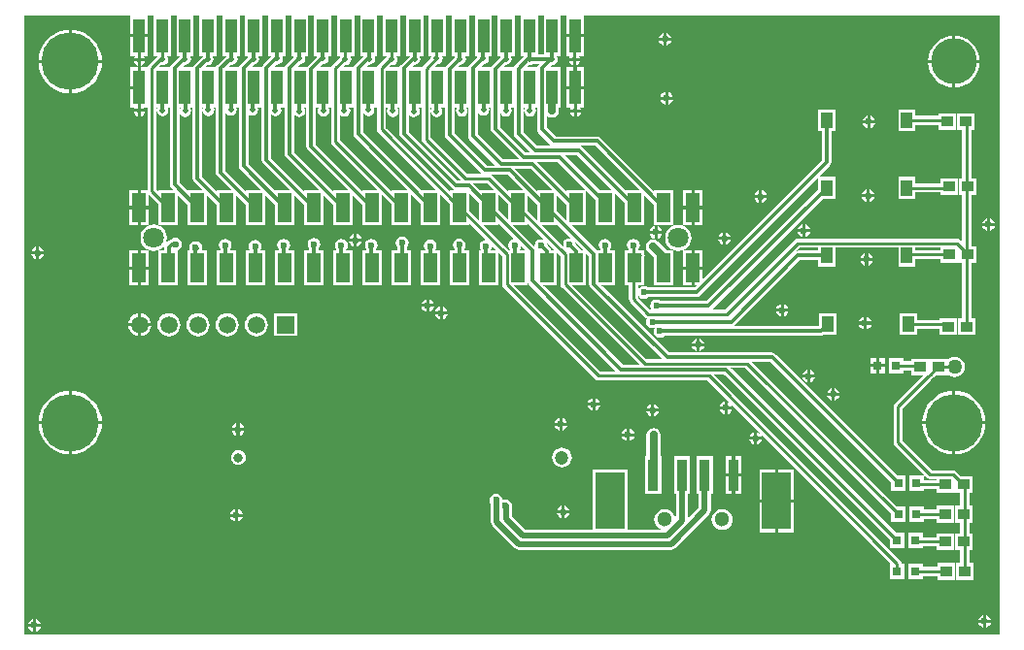
<source format=gtl>
%FSTAX24Y24*%
%MOMM*%
%SFA1B1*%

%IPPOS*%
%ADD10R,0.999998X1.399997*%
%ADD11R,0.999998X0.949998*%
%ADD12R,0.999998X2.999994*%
%ADD13R,0.799998X0.799998*%
%ADD14R,2.499995X4.999990*%
%ADD15R,0.899998X2.799994*%
%ADD16R,1.199998X2.499995*%
%ADD17C,0.309999*%
%ADD18C,0.250000*%
%ADD19C,0.699999*%
%ADD20C,0.499999*%
%ADD21C,4.999990*%
%ADD22C,3.999992*%
%ADD23C,1.199998*%
%ADD24C,0.799998*%
%ADD25C,1.499997*%
%ADD26R,1.499997X1.499997*%
%ADD27C,1.299997*%
%ADD28C,1.799996*%
%ADD29C,0.599999*%
%ADD30C,0.509999*%
%ADD31C,1.269997*%
%LNio-testing-mezzanine-1*%
%LPD*%
G36*
X949999Y099999D02*
X099999D01*
Y639999*
X192499*
Y623799*
X207499*
Y639999*
X212499*
Y604999*
X215999*
X215599Y604599*
X208399Y597399*
X207899Y596799*
X207499Y596199*
X207399Y595399*
X207299Y594999*
X201299*
Y577499*
X199999*
Y576199*
X192499*
Y559999*
X195799*
X195299Y559299*
X195199Y558599*
X204999*
X204899Y559299*
X204399Y559999*
X207199*
X207299Y487599*
X201299*
Y473899*
X208499*
Y483999*
X216899Y475599*
Y457599*
X233899*
Y483599*
X242299Y475199*
Y457599*
X259299*
Y483599*
X267699Y475199*
Y457599*
X284699*
Y483599*
X293099Y475199*
Y457599*
X310099*
Y483599*
X318499Y475199*
Y457599*
X335499*
Y483599*
X343899Y475199*
Y457599*
X360899*
Y483599*
X369299Y475199*
Y457599*
X386299*
Y483599*
X394699Y475199*
Y457599*
X411699*
Y483999*
X420099Y475599*
Y457599*
X437099*
Y484599*
X445499Y476199*
Y457599*
X462499*
Y483999*
X470899Y475599*
Y457599*
X487899*
Y458599*
X502099Y444399*
X499999Y443999*
X498199Y442799*
X496999Y440999*
X496599Y438799*
X496999Y436599*
X497999Y435099*
Y434999*
X496299*
Y404999*
X513299*
Y433199*
X516499Y429999*
Y405899*
X516799Y404399*
X517599Y403199*
X597699Y323099*
X598999Y322199*
X600499Y321899*
X694999*
X714699Y302199*
X713499Y302999*
X712599Y303199*
Y299099*
X716699*
X716499Y299999*
X715699Y301199*
X855299Y161599*
X853999*
Y148599*
X866999*
Y161599*
X864399*
Y161899*
X864099Y163399*
X863199Y164599*
X700899Y326999*
X709699*
X853999Y182699*
Y175599*
X866999*
Y188599*
X859899*
X715799Y332699*
X728499*
X854999Y206099*
Y198599*
X867999*
Y211599*
X860499*
X734399Y337699*
X749999*
X854999Y232699*
Y225599*
X867999*
Y238599*
X860899*
X754599Y344799*
X753299Y345799*
X752999*
X751699Y346099*
X661899*
X603099Y404999*
X614899*
Y434999*
X610199*
Y436099*
X611199Y437599*
X611599Y439799*
X611199Y441999*
X609999Y443799*
X608199Y444999*
X605999Y445399*
X603799Y444999*
X601999Y443799*
X600799Y441999*
X600399Y439799*
X600799Y437599*
X601799Y436099*
Y434999*
X599099*
X576499Y457599*
X589499*
Y487599*
X572499*
Y486999*
X546799Y512699*
X564799*
X597899Y479599*
Y457599*
X614899*
Y485099*
X623299Y476699*
Y457599*
X640299*
Y483599*
X648699Y475199*
Y457599*
X665699*
Y487599*
X648699*
Y486999*
X602099Y533499*
X600799Y534499*
X600499*
X599199Y534799*
X562799*
X555099Y542499*
Y553199*
X555199Y552899*
X557199Y551599*
X559599Y551099*
X561999Y551599*
X563999Y552899*
X565299Y554899*
X565799Y557299*
Y559999*
X567499*
Y594999*
X557699*
X559599Y596999*
X561599Y597399*
X563299Y598499*
X564399Y600199*
X564799Y602199*
X564399Y604199*
X563899Y604999*
X567499*
Y639999*
X572499*
Y623799*
X587499*
Y639999*
X949999*
Y099999*
G37*
G36*
X552499Y606399D02*
X547499D01*
Y639999*
X552499*
Y606399*
G37*
G36*
X332499Y604999D02*
X334999D01*
X334699Y604599*
X334499Y603699*
X327999Y597099*
X327099Y595799*
X326999Y595499*
X326899Y594999*
X317699*
X319999Y597399*
X320099*
X322099Y597799*
X323799Y598899*
X324899Y600599*
X325299Y602599*
X324899Y604599*
X324599Y604999*
X327499*
Y639999*
X332499*
Y604999*
G37*
G36*
X452499D02*
X454799D01*
X454499Y604599*
X454199Y602999*
X447399Y596099*
X446599Y594999*
X437499*
X439799Y597299*
X440099Y597199*
X442099Y597599*
X443799Y598699*
X444899Y600399*
X445299Y602399*
X444899Y604399*
X4445Y604999*
X447499*
Y639999*
X452499*
Y604999*
G37*
G36*
X412499D02*
X415899D01*
X415699Y604599*
X408399Y597299*
X407599Y596099*
X407399Y594999*
X397699*
X399899Y597299*
X400399Y597199*
X402399Y597599*
X404099Y598699*
X405199Y600399*
X405599Y602399*
X405199Y604399*
X404799Y604999*
X407499*
Y639999*
X412499*
Y604999*
G37*
G36*
X292499D02*
X294999D01*
X294599Y604399*
X294499Y603699*
X287999Y597099*
X287099Y595799*
X286999Y595499*
X286899Y594999*
X277699*
X279999Y597299*
X280599Y597199*
X282599Y597599*
X284299Y598699*
X285399Y600399*
X285799Y602399*
X285399Y604399*
X284999Y604999*
X287499*
Y639999*
X292499*
Y604999*
G37*
G36*
X252499D02*
X255399D01*
X254899Y604199*
Y604099*
X247999Y597099*
X247099Y595799*
X246999Y595499*
X246899Y594999*
X237699*
X239899Y597199*
X239999*
X241999Y597599*
X243699Y598699*
X244799Y600399*
X245199Y602399*
X244799Y604399*
X244399Y604999*
X247499*
Y639999*
X252499*
Y604999*
G37*
G36*
X547999Y597099D02*
X547099Y595799D01*
X546999Y595499*
X546899Y594999*
X537699*
X539699Y596999*
X539799*
X541799Y597399*
X542699Y597999*
X548799*
X547999Y597099*
G37*
G36*
X432499Y604999D02*
X435699D01*
X427999Y597299*
X427099Y595899*
X426999Y595599*
X426899Y594999*
X417099*
X419299Y597199*
X420199Y596999*
X422199Y597399*
X423899Y598499*
X424999Y600199*
X425399Y602199*
X424999Y604199*
X424499Y604999*
X427499*
Y639999*
X432499*
Y604999*
G37*
G36*
X392499D02*
X395799D01*
X387999Y597099*
X387099Y595799*
X386999Y595499*
X386899Y594999*
X377599*
X379599Y596999*
X379699*
X381699Y597399*
X383399Y598499*
X384499Y600199*
X384899Y602199*
X384499Y604199*
X383999Y604999*
X387499*
Y639999*
X392499*
Y604999*
G37*
G36*
X272499D02*
X275799D01*
X267999Y597099*
X267099Y595799*
X266999Y595499*
X266899Y594999*
X257699*
X259599Y596999*
X259699*
X261699Y597399*
X263399Y598499*
X264499Y600199*
X264899Y602199*
X264499Y604199*
X263999Y604999*
X267499*
Y639999*
X272499*
Y604999*
G37*
G36*
X232499D02*
X235599D01*
X235199Y604399*
X227999Y597099*
X227099Y595799*
X226999Y595499*
X226899Y594999*
X216899*
X218899Y596999*
X220199Y596699*
X222199Y597099*
X223899Y598199*
X224999Y599899*
X225399Y601899*
X224999Y603899*
X224299Y604999*
X227499*
Y639999*
X232499*
Y604999*
G37*
G36*
X532499D02*
X535499D01*
X534999Y604199*
X527799Y5969*
X526799Y595599*
Y595299*
X526699Y594999*
X517699*
X519899Y597299*
X521499Y597599*
X523199Y598699*
X524299Y600399*
X524699Y602399*
X524299Y604399*
X523899Y604999*
X527499*
Y639999*
X532499*
Y604999*
G37*
G36*
X512499D02*
X515099D01*
X514699Y604399*
X514599Y603799*
X507599Y596699*
X506599Y595399*
Y595099*
Y594999*
X497699*
X500199Y597599*
X501499Y597799*
X503199Y598899*
X504299Y600599*
X504699Y602599*
X504299Y604599*
X503999Y604999*
X507499*
Y639999*
X512499*
Y604999*
G37*
G36*
X492499D02*
X494999D01*
X494699Y604599*
X494499Y603699*
X487999Y597099*
X487099Y595799*
X486999Y595499*
X486899Y594999*
X477699*
X479899Y597299*
X481599Y597599*
X483299Y598699*
X484399Y600399*
X484799Y602399*
X484399Y604399*
X483999Y604999*
X487499*
Y639999*
X492499*
Y604999*
G37*
G36*
X472499D02*
X475199D01*
X474799Y604399*
X474699Y603899*
X467799Y5969*
X466799Y595599*
Y595299*
X466699Y594999*
X4572*
X459699Y597499*
X461299Y597799*
X462999Y598899*
X464099Y600599*
X464499Y602599*
X464099Y604599*
X463799Y604999*
X467499*
Y639999*
X472499*
Y604999*
G37*
G36*
X372499D02*
X375399D01*
X374899Y604199*
X374699Y603099*
X368399Y596799*
X367599Y595599*
X367499Y594999*
X357699*
X360099Y597499*
X361799Y597799*
X363499Y598899*
X364599Y600599*
X364999Y602599*
X364599Y604599*
X364299Y604999*
X367499*
Y639999*
X372499*
Y604999*
G37*
G36*
X352499D02*
X355299D01*
X354999Y604599*
X354899Y604099*
X347099Y596199*
X346299Y594999*
X337699*
X340199Y597599*
X341499Y597799*
X343199Y598899*
X344299Y600599*
X344699Y602599*
X344299Y604599*
X343999Y604999*
X347499*
Y639999*
X352499*
Y604999*
G37*
G36*
X312499D02*
X315599D01*
X315299Y604599*
Y604499*
X307999Y597099*
X307099Y595799*
X306999Y595499*
X306899Y594999*
X297699*
X299899Y597299*
X301399Y597599*
X303099Y598699*
X304199Y600399*
X304599Y602399*
X304199Y604399*
X303799Y604999*
X307499*
Y639999*
X312499*
Y604999*
G37*
G36*
X435099Y559699D02*
Y559599D01*
Y559999*
Y559699*
G37*
G36*
X395099D02*
Y559499D01*
Y559999*
X395299*
X395099Y559699*
G37*
G36*
X275199Y559899D02*
X275099Y559199D01*
Y559999*
X275299*
X275199Y559899*
G37*
G36*
X514699Y559299D02*
Y559099D01*
Y559999*
X515199*
X514699Y559299*
G37*
G36*
X335399Y559499D02*
X335099Y558999D01*
Y559999*
X335399*
Y559499*
G37*
G36*
X4953Y559899D02*
X495099Y558699D01*
Y559999*
X495399*
X4953Y559899*
G37*
G36*
X235899Y559799D02*
X235299Y558899D01*
X235099Y557699*
Y559999*
X235899*
Y559799*
G37*
G36*
X454899Y559699D02*
X454299Y5588D01*
X453999Y557099*
Y559999*
X454899*
Y559699*
G37*
G36*
X506299Y541199D02*
X506599Y539899D01*
Y539599*
X507599Y538299*
X530799Y514999*
X516999*
X495099Y536899*
Y557099*
X4953Y555899*
X496399Y554199*
X498099Y553099*
X500099Y552699*
X502099Y553099*
X503799Y554199*
X504899Y555899*
X505299Y557899*
X504899Y559899*
X504799Y559999*
X506299*
Y541199*
G37*
G36*
X306699Y514099D02*
X306999Y512799D01*
X307099Y512499*
X307999Y511099*
X331499Y487599*
X318499*
Y486999*
X295099Y510399*
Y554099*
X296599Y553099*
X298599Y552699*
X300599Y553099*
X302299Y554199*
X303399Y555899*
X303799Y557899*
X303399Y559899*
X303299Y559999*
X306699*
Y514099*
G37*
G36*
X286699Y508699D02*
X286999Y507399D01*
X287099Y507099*
X287999Y505699*
X306099Y487599*
X293099*
Y486999*
X275099Y504999*
Y556599*
X275199Y555899*
X276299Y554199*
X277999Y553099*
X279999Y552699*
X281999Y553099*
X283699Y554199*
X284799Y555899*
X285199Y557899*
X284799Y559899*
X284699Y559999*
X286699*
Y508699*
G37*
G36*
X407299Y540799D02*
X407599Y539299D01*
X408399Y538099*
X458899Y487599*
X445899*
X395099Y538399*
Y555899*
Y555699*
X396199Y553999*
X397899Y552899*
X399899Y552499*
X401899Y552899*
X403599Y553999*
X404699Y555699*
X405099Y557699*
X404699Y559699*
X404499Y559999*
X407299*
Y540799*
G37*
G36*
X2667Y503299D02*
X266999Y501999D01*
X267099Y501699*
X267999Y500299*
X280699Y487599*
X267699*
Y486999*
X255099Y499599*
Y559999*
X255699*
X255499Y559699*
X255099Y557699*
X255499Y555699*
X256599Y553999*
X258299Y552899*
X260299Y552499*
X262299Y552899*
X263999Y553999*
X265099Y555699*
X265499Y557699*
X265099Y559699*
X264899Y559999*
X2667*
Y503299*
G37*
G36*
X326699Y519499D02*
X326999Y518199D01*
X327099Y517899*
X327999Y516499*
X356899Y487599*
X343899*
Y486999*
X315099Y515799*
Y553799*
X316699Y552699*
X318699Y552299*
X320699Y552699*
X322399Y553799*
X323499Y555499*
X323899Y557499*
X323499Y559499*
X323199Y559999*
X326699*
Y519499*
G37*
G36*
X226699Y492499D02*
X226999Y491199D01*
X227099Y490899*
X227999Y489499*
X229899Y487599*
X216899*
Y486599*
X215099Y488399*
X214999Y559999*
X2159*
X215599Y559499*
X215199Y557499*
X215599Y555499*
X216699Y553799*
X218399Y552699*
X220399Y552299*
X222399Y552699*
X224099Y553799*
X225199Y555499*
X225599Y557499*
X225199Y559499*
X224899Y559999*
X226699*
Y492499*
G37*
G36*
X546699Y540799D02*
X546999Y539499D01*
X547099Y539199*
X547999Y537899*
X558199Y527699*
X559099Y526999*
X559299Y526899*
X546599*
X534899Y538599*
Y559999*
X536299*
X535799Y559299*
X535399Y557299*
X535799Y555299*
X536899Y553599*
X538599Y552499*
X540599Y552099*
X542599Y552499*
X544299Y553599*
X545399Y555299*
X545799Y557299*
X545399Y559299*
X544899Y559999*
X546699*
Y540799*
G37*
G36*
X526499Y536899D02*
X526799Y535599D01*
Y535299*
X527799Y533999*
X540599Y521099*
X536499*
X514699Y542899*
Y555499*
Y555299*
X515799Y553599*
X517499Y552499*
X519499Y552099*
X521499Y552499*
X523199Y553599*
X524299Y555299*
X524699Y557299*
X524299Y559299*
X523799Y559999*
X526499*
Y536899*
G37*
G36*
X486699Y535199D02*
X486999Y533899D01*
X487099Y533599*
X487999Y532199*
X510799Y509399*
X502899*
X474899Y537399*
Y559999*
X476899*
X476399Y559299*
X475999Y557299*
X476399Y555299*
X477499Y553599*
X479199Y552499*
X481199Y552099*
X483199Y552499*
X484899Y553599*
X485999Y555299*
X486399Y557299*
X485999Y559299*
X485499Y559999*
X486699*
Y535199*
G37*
G36*
X386699Y536599D02*
X387099Y534999D01*
X387999Y533699*
X388199Y533499*
X434099Y487599*
X420099*
Y486599*
X375099Y531599*
Y553699*
Y553599*
X376799Y552499*
X378799Y552099*
X380799Y552499*
X382499Y553599*
X383599Y555299*
X383999Y557299*
X383599Y559299*
X383099Y559999*
X386699*
Y536599*
G37*
G36*
X367299Y529999D02*
X367599Y528499D01*
X368399Y527299*
X408099Y487599*
X394699*
Y486999*
X354199Y527499*
Y559999*
X356299*
X355799Y559299*
X355399Y557299*
X355799Y555299*
X356899Y553599*
X358599Y552499*
X360599Y552099*
X362599Y552499*
X364299Y553599*
X365399Y555299*
X365799Y557299*
X365399Y559299*
X364899Y559999*
X367299*
Y529999*
G37*
G36*
X426699Y536999D02*
X426999Y535699D01*
X427099Y535399*
X427999Y534099*
X473299Y488799*
X474599Y487799*
X475699Y487599*
X470899*
Y486599*
X415099Y542399*
Y559999*
X416899*
Y559799*
X416299Y558899*
X415899Y556899*
X416299Y554899*
X417399Y553199*
X4191Y552099*
X421099Y551699*
X423099Y552099*
X424799Y553199*
X425899Y554899*
X426299Y556899*
X425899Y558899*
X425299Y559799*
Y559999*
X426699*
Y536999*
G37*
G36*
X246699Y497899D02*
X246999Y496599D01*
X247099Y496299*
X247999Y494899*
X255299Y487599*
X242299*
Y486999*
X235099Y494199*
Y556099*
X235299Y554899*
X236399Y553199*
X238099Y552099*
X240099Y551699*
X242099Y552099*
X243799Y553199*
X244899Y554899*
X245299Y556899*
X244899Y558899*
X244299Y559799*
Y559999*
X246699*
Y497899*
G37*
G36*
X466499Y535699D02*
X466799Y534399D01*
Y534099*
X467799Y532799*
X498299Y502299*
X498799Y501899*
X485899*
X453999Y533799*
Y556499*
X454299Y554799*
X455399Y553099*
X457099Y551999*
X459099Y551599*
X461099Y551999*
X462799Y553099*
X463899Y554799*
X464299Y556799*
X463899Y5588*
X463299Y559699*
Y559999*
X466499*
Y535699*
G37*
G36*
X446199Y532199D02*
X446499Y530699D01*
X447399Y529499*
X480899Y495899*
X477899*
X435099Y538699*
Y553999*
X435599Y553099*
X437299Y551999*
X439299Y551599*
X441299Y551999*
X442999Y553099*
X444099Y554799*
X4445Y556799*
X444099Y5588*
X443499Y559699*
Y559999*
X446199*
Y532199*
G37*
G36*
X345799Y525799D02*
X346099Y524499D01*
Y524199*
X347099Y522899*
X382299Y487599*
X369299*
Y486999*
X335099Y521199*
Y554199*
X335899Y552899*
X337599Y551799*
X339599Y551399*
X341599Y551799*
X343299Y552899*
X344399Y554599*
X344799Y556599*
X344399Y558599*
X343799Y559499*
Y559999*
X345799*
Y525799*
G37*
G36*
X636299Y487599D02*
X624199D01*
X586099Y525599*
X584999Y526399*
X597499*
X636299Y487599*
G37*
G36*
X612399D02*
X601699D01*
X570799Y518499*
X581499*
X612399Y487599*
G37*
G36*
X509699D02*
X497399D01*
X490899Y494099*
X503199*
X509699Y487599*
G37*
G36*
X560099D02*
X547099D01*
Y486999*
X527499Y506599*
X541099*
X560099Y487599*
G37*
G36*
X512999Y500999D02*
X521299D01*
X534699Y487599*
X521699*
Y486599*
X507499Y500699*
X507099Y500999*
X512799*
X512999*
G37*
G36*
X521699Y475599D02*
Y462099D01*
X513299Y470499*
Y483999*
X521699Y475599*
G37*
G36*
X572499Y475199D02*
Y461599D01*
X564099Y469999*
Y483599*
X572499Y475199*
G37*
G36*
X547099D02*
Y461199D01*
X538699Y469599*
Y483599*
X547099Y475199*
G37*
G36*
X496299Y476899D02*
Y461199D01*
X487899Y469599*
Y485299*
X496299Y476899*
G37*
G36*
X576699Y445599D02*
X574999Y445899D01*
X572799Y445499*
X570999Y444299*
X569799Y442499*
X569399Y440299*
X569699Y438599*
X550699Y457599*
X564099*
Y458199*
X576699Y445599*
G37*
G36*
X552899Y444399D02*
X552599Y444599D01*
X550399Y444999*
X548199Y444599*
X546399Y443399*
X545199Y441599*
X544799Y439399*
Y438999*
X526199Y457599*
X538699*
Y458599*
X552899Y444399*
G37*
G36*
X587299Y434999D02*
X584999D01*
X584899Y435899*
X583899Y437199*
X580599Y440599*
X580299Y441999*
X587299Y434999*
G37*
G36*
X562299D02*
X559099D01*
X558899Y436099*
Y436399*
X557899Y437699*
X555999Y439699*
X555599Y441599*
X555399Y441899*
X562299Y434999*
G37*
G36*
X536999D02*
X531499D01*
Y435899*
X532499Y437399*
X532899Y439199*
X536999Y434999*
G37*
G36*
X526899Y445199D02*
X525099Y444799D01*
X523299Y443599*
X522099Y441799*
X521699Y439599*
X522099Y437399*
X523099Y435899*
Y434999*
X522499*
X499899Y457599*
X513299*
Y458699*
X526899Y445199*
G37*
G36*
X511499Y434999D02*
X506399D01*
Y435099*
X507399Y436599*
X507799Y438699*
X511499Y434999*
G37*
G36*
X547099D02*
Y410199D01*
X546799Y410399*
Y435199*
X547099Y434999*
G37*
G36*
X592099Y430199D02*
Y405799D01*
X592399Y404499*
X592499Y404199*
X593399Y402899*
X655799Y340399*
X642199*
X577599Y404999*
X589499*
Y432799*
X592099Y430199*
G37*
G36*
X567299Y429999D02*
Y405899D01*
X567599Y404399*
X568399Y403199*
X636299Y335399*
X621899*
X552299Y404999*
X564099*
Y433199*
X567299Y429999*
G37*
G36*
X538699Y407099D02*
X539699Y405799D01*
X615699Y329699*
X602099*
X526799Y404999*
X538699*
Y407199*
Y407099*
G37*
%LNio-testing-mezzanine-2*%
%LPC*%
G36*
X659699Y625099D02*
Y620999D01*
X663799*
X663599Y621899*
X662399Y623699*
X660599Y624899*
X659699Y625099*
G37*
G36*
X657099D02*
X656199Y624899D01*
X654399Y623699*
X653199Y621899*
X652999Y620999*
X657099*
Y625099*
G37*
G36*
X663799Y618399D02*
X659699D01*
Y614299*
X660599Y614499*
X662399Y615699*
X663599Y617499*
X663799Y618399*
G37*
G36*
X657099D02*
X652999D01*
X653199Y617499*
X654399Y615699*
X656199Y614499*
X657099Y614299*
Y618399*
G37*
G36*
X587499Y621199D02*
X572499D01*
Y604999*
X575199*
X574499Y603999*
X574399Y603299*
X5842*
X584099Y603999*
X583399Y604999*
X587499*
Y621199*
G37*
G36*
X207499D02*
X192499D01*
Y604999*
X196299*
X195299Y603499*
X195199Y602799*
X204999*
X204899Y603499*
X203899Y604999*
X207499*
Y621199*
G37*
G36*
X911299Y622499D02*
Y601299D01*
X932499*
X932199Y604399*
X930899Y608699*
X928799Y612599*
X925999Y615999*
X922599Y618799*
X918699Y620899*
X9144Y622199*
X911299Y622499*
G37*
G36*
X908699D02*
X905599Y622199D01*
X901299Y620899*
X897399Y618799*
X893999Y615999*
X891199Y612599*
X889099Y608699*
X887799Y604399*
X887499Y601299*
X908699*
Y622499*
G37*
G36*
X141299Y627499D02*
Y601299D01*
X167499*
X167299Y604299*
X166299Y608499*
X164599Y612499*
X162299Y616199*
X159499Y619499*
X156199Y6223*
X152499Y624599*
X148499Y626299*
X144299Y627299*
X141299Y627499*
G37*
G36*
X138699D02*
X135699Y627299D01*
X131499Y626299*
X127499Y624599*
X123799Y6223*
X120499Y619499*
X117699Y616199*
X115399Y612499*
X113699Y608499*
X112699Y604299*
X112499Y601299*
X138699*
Y627499*
G37*
G36*
X5842Y600699D02*
X580599D01*
Y597099*
X581299Y597199*
X582999Y598299*
X584099Y599999*
X5842Y600699*
G37*
G36*
X577999D02*
X574399D01*
X574499Y599999*
X575599Y598299*
X577299Y597199*
X577999Y597099*
Y600699*
G37*
G36*
X204999Y600199D02*
X201399D01*
Y596599*
X202099Y596699*
X203799Y597799*
X204899Y599499*
X204999Y600199*
G37*
G36*
X198799D02*
X195199D01*
X195299Y599499*
X196399Y597799*
X198099Y596699*
X198799Y596599*
Y600199*
G37*
G36*
X587499Y594999D02*
X581299D01*
Y578799*
X587499*
Y594999*
G37*
G36*
X578699D02*
X572499D01*
Y578799*
X578699*
Y594999*
G37*
G36*
X198699D02*
X192499D01*
Y578799*
X198699*
Y594999*
G37*
G36*
X932499Y598699D02*
X911299D01*
Y577499*
X9144Y577799*
X918699Y579099*
X922599Y581199*
X925999Y583999*
X928799Y587399*
X930899Y591299*
X932199Y595599*
X932499Y598699*
G37*
G36*
X908699D02*
X887499D01*
X887799Y595599*
X889099Y591299*
X891199Y587399*
X893999Y583999*
X897399Y581199*
X901299Y579099*
X905599Y577799*
X908699Y577499*
Y598699*
G37*
G36*
X167499D02*
X141299D01*
Y572499*
X144299Y572699*
X148499Y573699*
X152499Y575399*
X156199Y577699*
X159499Y580499*
X162299Y583799*
X164599Y587499*
X166299Y591499*
X167299Y595699*
X167499Y598699*
G37*
G36*
X138699D02*
X112499D01*
X112699Y595699*
X113699Y591499*
X115399Y587499*
X117699Y583799*
X120499Y580499*
X123799Y577699*
X127499Y575399*
X131499Y573699*
X135699Y572699*
X138699Y572499*
Y598699*
G37*
G36*
X660999Y573499D02*
Y569399D01*
X665099*
X664899Y570299*
X663699Y572099*
X661899Y573299*
X660999Y573499*
G37*
G36*
X658399D02*
X657499Y573299D01*
X655699Y572099*
X654499Y570299*
X654299Y569399*
X658399*
Y573499*
G37*
G36*
X665099Y566799D02*
X660999D01*
Y562699*
X661899Y562899*
X663699Y564099*
X664899Y565899*
X665099Y566799*
G37*
G36*
X658399D02*
X654299D01*
X654499Y565899*
X655699Y564099*
X657499Y562899*
X658399Y562699*
Y566799*
G37*
G36*
X587499Y576199D02*
X572499D01*
Y559999*
X576099*
X575499Y559099*
X575399Y558399*
X585199*
X585099Y559099*
X584499Y559999*
X587499*
Y576199*
G37*
G36*
X204999Y555999D02*
X201399D01*
Y552399*
X202099Y552499*
X203799Y553599*
X204899Y555299*
X204999Y555999*
G37*
G36*
X198799D02*
X195199D01*
X195299Y555299*
X196399Y553599*
X198099Y552499*
X198799Y552399*
Y555999*
G37*
G36*
X585199Y555799D02*
X581599D01*
Y552199*
X582299Y552299*
X583999Y553399*
X585099Y555099*
X585199Y555799*
G37*
G36*
X578999D02*
X575399D01*
X575499Y555099*
X576599Y553399*
X578299Y552299*
X578999Y552199*
Y555799*
G37*
G36*
X837199Y552999D02*
Y548899D01*
X841299*
X841099Y549799*
X839899Y551599*
X838099Y552799*
X837199Y552999*
G37*
G36*
X834599D02*
X833699Y552799D01*
X831899Y551599*
X830699Y549799*
X830499Y548899*
X834599*
Y552999*
G37*
G36*
X841299Y546299D02*
X837199D01*
Y542199*
X838099Y542399*
X839899Y543599*
X841099Y545399*
X841299Y546299*
G37*
G36*
X834599D02*
X830499D01*
X830699Y545399*
X831899Y543599*
X833699Y542399*
X834599Y542199*
Y546299*
G37*
G36*
X876599Y558299D02*
X861599D01*
Y539299*
X876599*
Y544899*
X896599*
Y540499*
X911599*
Y555099*
X896599*
Y552699*
X876599*
Y558299*
G37*
G36*
X836599Y488499D02*
Y484399D01*
X840699*
X840499Y485299*
X839299Y487099*
X837499Y488299*
X836599Y488499*
G37*
G36*
X833999D02*
X833099Y488299D01*
X831299Y487099*
X830099Y485299*
X829899Y484399*
X833999*
Y488499*
G37*
G36*
X876599Y499299D02*
X861599D01*
Y480299*
X876599*
Y485899*
X898599*
Y483499*
X913599*
Y498099*
X898599*
Y493699*
X876599*
Y499299*
G37*
G36*
X742899Y487599D02*
Y483499D01*
X746999*
X746799Y484399*
X745599Y486199*
X743799Y487399*
X742899Y487599*
G37*
G36*
X740299D02*
X739399Y487399D01*
X737599Y486199*
X736399Y484399*
X736199Y483499*
X740299*
Y487599*
G37*
G36*
X840699Y481799D02*
X836599D01*
Y477699*
X837499Y477899*
X839299Y479099*
X840499Y480899*
X840699Y481799*
G37*
G36*
X833999D02*
X829899D01*
X830099Y480899*
X831299Y479099*
X833099Y477899*
X833999Y477699*
Y481799*
G37*
G36*
X746999Y480899D02*
X742899D01*
Y476799*
X743799Y476999*
X745599Y478199*
X746799Y479999*
X746999Y480899*
G37*
G36*
X740299D02*
X736199D01*
X736399Y479999*
X737599Y478199*
X739399Y476999*
X740299Y476799*
Y480899*
G37*
G36*
X691099Y487599D02*
X683899D01*
Y473899*
X691099*
Y487599*
G37*
G36*
X681299D02*
X674099D01*
Y473899*
X681299*
Y487599*
G37*
G36*
X198699D02*
X191499D01*
Y473899*
X198699*
Y487599*
G37*
G36*
X941499Y463299D02*
Y459199D01*
X945599*
X945399Y460099*
X944199Y461899*
X942399Y463099*
X941499Y463299*
G37*
G36*
X938899D02*
X937999Y463099D01*
X936199Y461899*
X934999Y460099*
X934799Y459199*
X938899*
Y463299*
G37*
G36*
X691099Y471299D02*
X683899D01*
Y457599*
X691099*
Y471299*
G37*
G36*
X681299D02*
X674099D01*
Y457599*
X681299*
Y471299*
G37*
G36*
X208499D02*
X201299D01*
Y457599*
X208499*
Y471299*
G37*
G36*
X198699D02*
X191499D01*
Y457599*
X198699*
Y471299*
G37*
G36*
X780599Y457999D02*
Y453899D01*
X784699*
X784499Y454799*
X783299Y456599*
X781499Y457799*
X780599Y457999*
G37*
G36*
X777999D02*
X777099Y457799D01*
X775299Y456599*
X774099Y454799*
X773899Y453899*
X777999*
Y457999*
G37*
G36*
X945599Y456599D02*
X941499D01*
Y452499*
X942399Y452699*
X944199Y453899*
X945399Y455699*
X945599Y456599*
G37*
G36*
X938899D02*
X934799D01*
X934999Y455699*
X936199Y453899*
X937999Y452699*
X938899Y452499*
Y456599*
G37*
G36*
X651599Y456499D02*
Y452399D01*
X655699*
X655499Y453299*
X654299Y455099*
X652499Y456299*
X651599Y456499*
G37*
G36*
X648999D02*
X648099Y456299D01*
X646299Y455099*
X645099Y453299*
X644899Y452399*
X648999*
Y456499*
G37*
G36*
X784699Y451299D02*
X780599D01*
Y447199*
X781499Y447399*
X783299Y448599*
X784499Y450399*
X784699Y451299*
G37*
G36*
X777999D02*
X773899D01*
X774099Y450399*
X775299Y448599*
X777099Y447399*
X777999Y447199*
Y451299*
G37*
G36*
X711399Y451099D02*
Y446999D01*
X715499*
X715299Y447899*
X714099Y449699*
X712299Y450899*
X711399Y451099*
G37*
G36*
X708799D02*
X707899Y450899D01*
X706099Y449699*
X704899Y447899*
X704699Y446999*
X708799*
Y451099*
G37*
G36*
X655699Y449799D02*
X651599D01*
Y445699*
X652499Y445899*
X654299Y447099*
X655499Y448899*
X655699Y449799*
G37*
G36*
X648999D02*
X644899D01*
X645099Y448899*
X646299Y447099*
X648099Y445899*
X648999Y445699*
Y449799*
G37*
G36*
X389799Y449599D02*
Y445499D01*
X393899*
X3937Y446399*
X392499Y448199*
X390699Y449399*
X389799Y449599*
G37*
G36*
X387199D02*
X386299Y449399D01*
X384499Y448199*
X383299Y446399*
X383099Y445499*
X387199*
Y449599*
G37*
G36*
X715499Y444399D02*
X711399D01*
Y440299*
X712299Y440499*
X714099Y441699*
X715299Y443499*
X715499Y444399*
G37*
G36*
X708799D02*
X704699D01*
X704899Y443499*
X706099Y441699*
X707899Y440499*
X708799Y440299*
Y444399*
G37*
G36*
X393899Y442899D02*
X389799D01*
Y438799*
X390699Y438999*
X392499Y440199*
X3937Y441999*
X393899Y442899*
G37*
G36*
X387199D02*
X383099D01*
X383299Y441999*
X384499Y440199*
X386299Y438999*
X387199Y438799*
Y442899*
G37*
G36*
X212699Y457899D02*
X209699Y457499D01*
X206899Y456399*
X204499Y454499*
X202599Y452099*
X201499Y449299*
X201099Y446299*
X201499Y443299*
X202599Y440499*
X204499Y438099*
X206899Y436199*
X209699Y435099*
X212699Y434699*
X215699Y435099*
X218499Y436199*
X220899Y438099*
X221999Y439499*
Y439399*
X221699Y438099*
Y434999*
X216899*
Y404999*
X233899*
Y434999*
X230099*
Y435499*
X231599Y435199*
X233799Y435599*
X235599Y436799*
X236799Y438599*
X237199Y440799*
X236799Y442999*
X235599Y444799*
X233799Y445999*
X231599Y446399*
X229399Y445999*
X227599Y444799*
X226999Y444699*
X225699Y443699*
X223099Y441199*
X223899Y443299*
X224299Y446299*
X223899Y449299*
X222799Y452099*
X220899Y454499*
X218499Y456399*
X215699Y457499*
X212699Y457899*
G37*
G36*
X669899Y457699D02*
X666899Y457299D01*
X664099Y456199*
X661699Y454299*
X659799Y451899*
X658699Y449099*
X658299Y446099*
X658699Y443099*
X659799Y440299*
X661699Y437899*
X664099Y435999*
X666899Y434899*
X669899Y434499*
X672899Y434899*
X675699Y435999*
X678099Y437899*
X679999Y440299*
X681099Y443099*
X681499Y446099*
X681099Y449099*
X679999Y451899*
X678099Y454299*
X675699Y456199*
X672899Y457299*
X669899Y457699*
G37*
G36*
X112799Y438499D02*
Y434399D01*
X116899*
X116699Y435299*
X115499Y437099*
X113699Y438299*
X112799Y438499*
G37*
G36*
X110199D02*
X109299Y438299D01*
X107499Y437099*
X106299Y435299*
X106099Y434399*
X110199*
Y438499*
G37*
G36*
X835299Y432799D02*
Y428699D01*
X839399*
X839199Y429599*
X837999Y431399*
X836199Y432599*
X835299Y432799*
G37*
G36*
X832699D02*
X831799Y432599D01*
X829999Y431399*
X828799Y429599*
X828599Y428699*
X832699*
Y432799*
G37*
G36*
X116899Y4318D02*
X112799D01*
Y427699*
X113699Y427899*
X115499Y429099*
X116699Y430899*
X116899Y4318*
G37*
G36*
X110199D02*
X106099D01*
X106299Y430899*
X107499Y429099*
X109299Y427899*
X110199Y427699*
Y4318*
G37*
G36*
X839399Y426099D02*
X835299D01*
Y421999*
X836199Y422199*
X837999Y423399*
X839199Y425199*
X839399Y426099*
G37*
G36*
X832699D02*
X828599D01*
X828799Y425199*
X829999Y423399*
X831799Y422199*
X832699Y421999*
Y426099*
G37*
G36*
X691099Y434999D02*
X683899D01*
Y421299*
X691099*
Y434999*
G37*
G36*
X681299D02*
X674099D01*
Y421299*
X681299*
Y434999*
G37*
G36*
X208499D02*
X201299D01*
Y421299*
X208499*
Y434999*
G37*
G36*
X198699D02*
X191499D01*
Y421299*
X198699*
Y434999*
G37*
G36*
X806599Y558299D02*
X791599D01*
Y539299*
X794899*
Y513899*
X691099Y410199*
Y418699*
X683899*
Y404999*
X685899*
X683799Y402799*
X643599*
X642099Y403799*
X639899Y404199*
X637699Y403799*
X635899Y402599*
X634699Y400799*
X634599Y400299*
Y404999*
X640299*
Y429799*
X640599Y430999*
X640299Y432199*
Y434999*
X634599*
Y435699*
X634699Y435799*
X635899Y437599*
X636299Y439799*
X635899Y441999*
X634699Y443799*
X632899Y444999*
X630699Y445399*
X628499Y444999*
X626699Y443799*
X625499Y441999*
X625099Y439799*
X625499Y437599*
X626699Y435799*
X626799Y435699*
Y434999*
X623299*
Y404999*
X626799*
Y392599*
X627099Y391099*
X627999Y389899*
X640799Y376999*
X642099Y376099*
X642699Y375999*
X642099Y375099*
X641699Y372899*
X642099Y370699*
X643299Y368899*
X645099Y367699*
X647299Y367299*
X649199Y367599*
X648699Y366899*
X648299Y364699*
X648699Y362499*
X649899Y360699*
X651699Y359499*
X653899Y359099*
X656099Y359499*
X657599Y360499*
X793999*
X795299Y360799*
X795599*
X796199Y361299*
X807599*
Y380299*
X792599*
Y369199*
X792299Y368899*
X716899*
X717499Y368999*
X717799*
X719099Y369999*
X775799Y426599*
X791599*
Y421299*
X806599*
Y437699*
X861599*
Y421299*
X876599*
Y427899*
X898599*
Y424499*
X913599*
Y434799*
X914599Y433799*
Y424499*
X917199*
Y376099*
X913599*
Y361499*
X928599*
Y376099*
X924999*
Y424499*
X929599*
Y439099*
X924999*
Y483499*
X929599*
Y498099*
X924999*
Y540499*
X927599*
Y555099*
X912599*
Y540499*
X917199*
Y498099*
X914599*
Y483499*
X917199*
Y442199*
X914999Y444399*
X913799Y445199*
X912299Y445499*
X774099*
X772599Y445199*
X771399Y444399*
X710599Y383599*
X698599*
X699099Y383999*
X795499Y480299*
X806599*
Y499299*
X792099*
X801999Y509299*
X802999Y510599*
X803299Y512199*
Y539299*
X806599*
Y558299*
G37*
G36*
X681299Y418699D02*
X674099D01*
Y404999*
X681299*
Y418699*
G37*
G36*
X647599Y444999D02*
X645199Y4445D01*
X643199Y443199*
X641899Y441199*
X641399Y438799*
X641899Y436399*
X643199Y434399*
X648699Y428999*
Y404999*
X665699*
Y434999*
X660099*
X651999Y443199*
X649999Y4445*
X647599Y444999*
G37*
G36*
X478999Y445799D02*
X476799Y445399D01*
X474999Y444199*
X473799Y442399*
X473399Y440199*
X473799Y437999*
X474799Y436499*
Y434999*
X470899*
Y404999*
X487899*
Y434999*
X483199*
Y436499*
X484199Y437999*
X484599Y440199*
X484199Y442399*
X482999Y444199*
X481199Y445399*
X478999Y445799*
G37*
G36*
X453699Y444699D02*
X451499Y444299D01*
X449699Y443099*
X448499Y441299*
X448099Y439099*
X448499Y436899*
X449499Y435399*
Y434999*
X445499*
Y404999*
X462499*
Y434999*
X457899*
Y435399*
X458899Y436899*
X459299Y439099*
X458899Y441299*
X457699Y443099*
X455899Y444299*
X453699Y444699*
G37*
G36*
X429199Y447299D02*
X426999Y446899D01*
X425199Y445699*
X423999Y443899*
X423599Y441699*
X423999Y439499*
X424999Y437999*
Y434999*
X420099*
Y404999*
X437099*
Y434999*
X433399*
Y437999*
X434399Y439499*
X434799Y441699*
X434399Y443899*
X433199Y445699*
X431399Y446899*
X429199Y447299*
G37*
G36*
X402299Y445399D02*
X400099Y444999D01*
X398299Y443799*
X397099Y441999*
X396699Y439799*
X397099Y437599*
X398099Y436099*
Y434999*
X394699*
Y404999*
X411699*
Y434999*
X406499*
Y436099*
X407499Y437599*
X407899Y439799*
X407499Y441999*
X406299Y443799*
X404499Y444999*
X402299Y445399*
G37*
G36*
X376299D02*
X374099Y444999D01*
X372299Y443799*
X371099Y441999*
X370699Y439799*
X371099Y437599*
X372099Y436099*
Y434999*
X369299*
Y404999*
X386299*
Y434999*
X380499*
Y436099*
X381499Y437599*
X381899Y439799*
X381499Y441999*
X380299Y443799*
X378499Y444999*
X376299Y445399*
G37*
G36*
X352399Y446099D02*
X350199Y445699D01*
X348399Y4445*
X347199Y442699*
X346799Y440499*
X347199Y438299*
X348199Y436799*
Y434999*
X343899*
Y404999*
X360899*
Y434999*
X356599*
Y436799*
X357599Y438299*
X357999Y440499*
X357599Y442699*
X356399Y4445*
X354599Y445699*
X352399Y446099*
G37*
G36*
X325999Y445399D02*
X323799Y444999D01*
X321999Y443799*
X320799Y441999*
X320399Y439799*
X320799Y437599*
X321799Y436099*
Y434999*
X318499*
Y404999*
X335499*
Y434999*
X3302*
Y436099*
X331199Y437599*
X331599Y439799*
X331199Y441999*
X329999Y443799*
X328199Y444999*
X325999Y445399*
G37*
G36*
X300999Y444399D02*
X298799Y443999D01*
X296999Y442799*
X295799Y440999*
X295399Y438799*
X295799Y436599*
X296799Y435099*
Y434999*
X293099*
Y404999*
X310099*
Y434999*
X305199*
Y435099*
X306199Y436599*
X306599Y438799*
X306199Y440999*
X304999Y442799*
X303199Y443999*
X300999Y444399*
G37*
G36*
X274999Y445399D02*
X272799Y444999D01*
X270999Y443799*
X269799Y441999*
X269399Y439799*
X269799Y437599*
X270799Y436099*
Y434999*
X267699*
Y404999*
X284699*
Y434999*
X279199*
Y436099*
X280199Y437599*
X280599Y439799*
X280199Y441999*
X278999Y443799*
X277199Y444999*
X274999Y445399*
G37*
G36*
X249299Y443299D02*
X247099Y442899D01*
X245299Y441699*
X244099Y439899*
X243699Y437699*
X244099Y435499*
X244399Y434999*
X242299*
Y404999*
X259299*
Y434999*
X254199*
X254499Y435499*
X254899Y437699*
X254499Y439899*
X253299Y441699*
X251499Y442899*
X249299Y443299*
G37*
G36*
X208499Y418699D02*
X201299D01*
Y404999*
X208499*
Y418699*
G37*
G36*
X198699D02*
X191499D01*
Y404999*
X198699*
Y418699*
G37*
G36*
X452799Y392499D02*
Y388399D01*
X456899*
X456699Y389299*
X455499Y391099*
X453699Y392299*
X452799Y392499*
G37*
G36*
X450199D02*
X449299Y392299D01*
X447499Y391099*
X446299Y389299*
X446099Y388399*
X450199*
Y392499*
G37*
G36*
X761699Y388499D02*
Y384399D01*
X765799*
X765599Y385299*
X764399Y387099*
X762599Y388299*
X761699Y388499*
G37*
G36*
X759099D02*
X758199Y388299D01*
X756399Y387099*
X755199Y385299*
X754999Y384399*
X759099*
Y388499*
G37*
G36*
X464599Y386099D02*
Y381999D01*
X468699*
X468499Y382899*
X467299Y384699*
X465499Y385899*
X464599Y386099*
G37*
G36*
X461999D02*
X461099Y385899D01*
X459299Y384699*
X458099Y382899*
X457899Y381999*
X461999*
Y386099*
G37*
G36*
X456899Y385799D02*
X452799D01*
Y381699*
X453699Y381899*
X455499Y383099*
X456699Y384899*
X456899Y385799*
G37*
G36*
X450199D02*
X446099D01*
X446299Y384899*
X447499Y383099*
X449299Y381899*
X450199Y381699*
Y385799*
G37*
G36*
X765799Y381799D02*
X761699D01*
Y377699*
X762599Y377899*
X764399Y379099*
X765599Y380899*
X765799Y381799*
G37*
G36*
X759099D02*
X754999D01*
X755199Y380899*
X756399Y379099*
X758199Y377899*
X759099Y377699*
Y381799*
G37*
G36*
X468699Y379399D02*
X464599D01*
Y375299*
X465499Y375499*
X467299Y376699*
X468499Y378499*
X468699Y379399*
G37*
G36*
X461999D02*
X457899D01*
X458099Y378499*
X459299Y376699*
X461099Y375499*
X461999Y375299*
Y379399*
G37*
G36*
X833999Y377199D02*
Y373099D01*
X838099*
X837899Y373999*
X836699Y375799*
X834899Y376999*
X833999Y377199*
G37*
G36*
X831399D02*
X830499Y376999D01*
X828699Y375799*
X827499Y373999*
X827299Y373099*
X831399*
Y377199*
G37*
G36*
X201899Y380399D02*
Y371699D01*
X210599*
X210399Y372999*
X209399Y375499*
X207799Y377599*
X205699Y379199*
X2032Y380199*
X201899Y380399*
G37*
G36*
X199299D02*
X197999Y380199D01*
X195499Y379199*
X193399Y377599*
X191799Y375499*
X190799Y372999*
X190599Y371699*
X199299*
Y380399*
G37*
G36*
X838099Y370499D02*
X833999D01*
Y366399*
X834899Y366599*
X836699Y367799*
X837899Y369599*
X838099Y370499*
G37*
G36*
X831399D02*
X827299D01*
X827499Y369599*
X828699Y367799*
X830499Y366599*
X831399Y366399*
Y370499*
G37*
G36*
X877599Y380299D02*
X862599D01*
Y361299*
X877599*
Y366899*
X897599*
Y361499*
X912599*
Y376099*
X897599*
Y374699*
X877599*
Y380299*
G37*
G36*
X210599Y369099D02*
X201899D01*
Y360399*
X2032Y360599*
X205699Y361599*
X207799Y363199*
X209399Y365299*
X210399Y367799*
X210599Y369099*
G37*
G36*
X199299D02*
X190599D01*
X190799Y367799*
X191799Y365299*
X193399Y363199*
X195499Y361599*
X197999Y360599*
X199299Y360399*
Y369099*
G37*
G36*
X337599Y380399D02*
X317599D01*
Y360399*
X337599*
Y380399*
G37*
G36*
X302199Y380499D02*
X299599Y380199D01*
X297099Y379199*
X294999Y377599*
X293399Y375499*
X292399Y372999*
X2921Y370399*
X292399Y367799*
X293399Y365299*
X294999Y363199*
X297099Y361599*
X299599Y360599*
X302199Y360299*
X3048Y360599*
X307299Y361599*
X309399Y363199*
X310999Y365299*
X311999Y367799*
X312299Y370399*
X311999Y372999*
X310999Y375499*
X309399Y377599*
X307299Y379199*
X3048Y380199*
X302199Y380499*
G37*
G36*
X276799D02*
X274199Y380199D01*
X271699Y379199*
X269599Y377599*
X267999Y375499*
X266999Y372999*
X2667Y370399*
X266999Y367799*
X267999Y365299*
X269599Y363199*
X271699Y361599*
X274199Y360599*
X276799Y360299*
X2794Y360599*
X281899Y361599*
X283999Y363199*
X285599Y365299*
X286599Y367799*
X286899Y370399*
X286599Y372999*
X285599Y375499*
X283999Y377599*
X281899Y379199*
X2794Y380199*
X276799Y380499*
G37*
G36*
X251399D02*
X248799Y380199D01*
X246299Y379199*
X244199Y377599*
X242599Y375499*
X241599Y372999*
X2413Y370399*
X241599Y367799*
X242599Y365299*
X244199Y363199*
X246299Y361599*
X248799Y360599*
X251399Y360299*
X254Y360599*
X256499Y361599*
X258599Y363199*
X260199Y365299*
X261199Y367799*
X261499Y370399*
X261199Y372999*
X260199Y375499*
X258599Y377599*
X256499Y379199*
X254Y380199*
X251399Y380499*
G37*
G36*
X225999D02*
X223399Y380199D01*
X220899Y379199*
X218799Y377599*
X217199Y375499*
X216199Y372999*
X2159Y370399*
X216199Y367799*
X217199Y365299*
X218799Y363199*
X220899Y361599*
X223399Y360599*
X225999Y360299*
X2286Y360599*
X231099Y361599*
X233199Y363199*
X234799Y365299*
X235799Y367799*
X236099Y370399*
X235799Y372999*
X234799Y375499*
X233199Y377599*
X231099Y379199*
X2286Y380199*
X225999Y380499*
G37*
G36*
X688399Y358399D02*
Y354299D01*
X692499*
X692299Y355199*
X691099Y356999*
X689299Y358199*
X688399Y358399*
G37*
G36*
X6858D02*
X684899Y358199D01*
X683099Y356999*
X681899Y355199*
X681699Y354299*
X6858*
Y358399*
G37*
G36*
X692499Y351699D02*
X688399D01*
Y347599*
X689299Y347799*
X691099Y348999*
X692299Y350799*
X692499Y351699*
G37*
G36*
X6858D02*
X681699D01*
X681899Y350799*
X683099Y348999*
X684899Y347799*
X6858Y347599*
Y351699*
G37*
G36*
X910699Y342599D02*
X908399Y342299D01*
X906199Y341399*
X904399Y339899*
X904199Y339799*
Y340899*
X889199*
Y332499*
X888199Y331499*
Y340899*
X873199*
Y338499*
X866199*
Y341099*
X853199*
Y328099*
X866199*
Y330699*
X873199*
Y326299*
X882999*
X858699Y301899*
X857799Y300699*
X857499Y299199*
Y267399*
X857799Y265899*
X858699Y264699*
X886399Y236899*
X887699Y236099*
X889099Y235799*
X894999*
Y234999*
X883999*
Y238599*
X870999*
Y225599*
X883999*
Y227199*
X894999*
Y223799*
X909999*
Y233199*
X910999Y232299*
Y223799*
X915599*
Y212299*
X910999*
Y197699*
X915599*
Y188399*
X910999*
Y173799*
X915599*
Y162399*
X911999*
Y147799*
X926999*
Y162399*
X923399*
Y173799*
X925999*
Y188399*
X923399*
Y197699*
X925999*
Y212299*
X923399*
Y223799*
X925999*
Y238399*
X915799*
X911799Y242399*
X910599Y243199*
X909099Y243499*
X890699*
X865299Y268999*
Y297599*
X889899Y322199*
X889999Y322299*
X892299Y324499*
Y324599*
X893999Y326299*
X904199*
Y327399*
X904399Y327299*
X906199Y325799*
X908399Y324899*
X910699Y324599*
X912999Y324899*
X915199Y325799*
X916999Y327299*
X918499Y329099*
X919399Y331299*
X919699Y333599*
X919399Y335899*
X918499Y338099*
X916999Y339899*
X915199Y341399*
X912999Y342299*
X910699Y342599*
G37*
G36*
X850199Y341099D02*
X844999D01*
Y335899*
X850199*
Y341099*
G37*
G36*
X842399D02*
X837199D01*
Y335899*
X842399*
Y341099*
G37*
G36*
X850199Y333299D02*
X844999D01*
Y328099*
X850199*
Y333299*
G37*
G36*
X842399D02*
X837199D01*
Y328099*
X842399*
Y333299*
G37*
G36*
X784699Y330999D02*
Y326899D01*
X788799*
X788599Y327799*
X7874Y329599*
X785599Y330799*
X784699Y330999*
G37*
G36*
X782099D02*
X781199Y330799D01*
X779399Y329599*
X778199Y327799*
X777999Y326899*
X782099*
Y330999*
G37*
G36*
X788799Y324299D02*
X784699D01*
Y320199*
X785599Y320399*
X7874Y321599*
X788599Y323399*
X788799Y324299*
G37*
G36*
X782099D02*
X777999D01*
X778199Y323399*
X779399Y321599*
X781199Y320399*
X782099Y320199*
Y324299*
G37*
G36*
X806199Y315199D02*
Y311099D01*
X810299*
X810099Y311999*
X808899Y313799*
X807099Y314999*
X806199Y315199*
G37*
G36*
X803599D02*
X802699Y314999D01*
X800899Y313799*
X799699Y311999*
X799499Y311099*
X803599*
Y315199*
G37*
G36*
X810299Y308499D02*
X806199D01*
Y304399*
X807099Y304599*
X808899Y305799*
X810099Y307599*
X810299Y308499*
G37*
G36*
X803599D02*
X799499D01*
X799699Y307599*
X800899Y305799*
X802699Y304599*
X803599Y304399*
Y308499*
G37*
G36*
X597499Y306399D02*
Y302299D01*
X601599*
X601399Y303199*
X600199Y304999*
X598399Y306199*
X597499Y306399*
G37*
G36*
X594899D02*
X593999Y306199D01*
X592199Y304999*
X590999Y303199*
X590799Y302299*
X594899*
Y306399*
G37*
G36*
X709999Y303199D02*
X709099Y302999D01*
X707299Y301799*
X706099Y299999*
X705899Y299099*
X709999*
Y303199*
G37*
G36*
X648799Y301299D02*
Y297199D01*
X652899*
X652699Y298099*
X651499Y299899*
X649699Y301099*
X648799Y301299*
G37*
G36*
X646199D02*
X645299Y301099D01*
X643499Y299899*
X642299Y298099*
X642099Y297199*
X646199*
Y301299*
G37*
G36*
X601599Y299699D02*
X597499D01*
Y295599*
X598399Y295799*
X600199Y296999*
X601399Y298799*
X601599Y299699*
G37*
G36*
X594899D02*
X590799D01*
X590999Y298799*
X592199Y296999*
X593999Y295799*
X594899Y295599*
Y299699*
G37*
G36*
X716699Y296499D02*
X712599D01*
Y292399*
X713499Y292599*
X715299Y293799*
X716499Y295599*
X716699Y296499*
G37*
G36*
X709999D02*
X705899D01*
X706099Y295599*
X707299Y293799*
X709099Y292599*
X709999Y292399*
Y296499*
G37*
G36*
X652899Y294599D02*
X648799D01*
Y290499*
X649699Y290699*
X651499Y291899*
X652699Y293699*
X652899Y294599*
G37*
G36*
X646199D02*
X642099D01*
X642299Y293699*
X643499Y291899*
X645299Y290699*
X646199Y290499*
Y294599*
G37*
G36*
X911299Y312499D02*
Y286299D01*
X937499*
X937299Y289299*
X936299Y293499*
X934599Y297499*
X932299Y301199*
X929499Y304499*
X926199Y307299*
X922499Y309599*
X918499Y311299*
X914299Y312299*
X911299Y312499*
G37*
G36*
X908699D02*
X905699Y312299D01*
X901499Y311299*
X897499Y309599*
X893799Y307299*
X890499Y304499*
X887699Y301199*
X885399Y297499*
X883699Y293499*
X882699Y289299*
X882499Y286299*
X908699*
Y312499*
G37*
G36*
X141299D02*
Y286299D01*
X167499*
X167299Y289299*
X166299Y293499*
X164599Y297499*
X162299Y301199*
X159499Y304499*
X156199Y307299*
X152499Y309599*
X148499Y311299*
X144299Y312299*
X141299Y312499*
G37*
G36*
X138699D02*
X135699Y312299D01*
X131499Y311299*
X127499Y309599*
X123799Y307299*
X120499Y304499*
X117699Y301199*
X115399Y297499*
X113699Y293499*
X112699Y289299*
X112499Y286299*
X138699*
Y312499*
G37*
G36*
X568799Y288999D02*
Y284899D01*
X572899*
X572699Y285799*
X5715Y287599*
X569699Y288799*
X568799Y288999*
G37*
G36*
X566199D02*
X565299Y288799D01*
X563499Y287599*
X562299Y285799*
X562099Y284899*
X566199*
Y288999*
G37*
G36*
X287499Y284399D02*
Y280299D01*
X291599*
X291399Y281199*
X290199Y282999*
X288399Y284199*
X287499Y284399*
G37*
G36*
X284899D02*
X283999Y284199D01*
X282199Y282999*
X280999Y281199*
X280799Y280299*
X284899*
Y284399*
G37*
G36*
X572899Y282299D02*
X568799D01*
Y278199*
X569699Y278399*
X5715Y279599*
X572699Y281399*
X572899Y282299*
G37*
G36*
X566199D02*
X562099D01*
X562299Y281399*
X563499Y279599*
X565299Y278399*
X566199Y278199*
Y282299*
G37*
G36*
X627299Y279799D02*
Y275699D01*
X631399*
X631199Y276599*
X629999Y278399*
X628099Y279599*
X627299Y279799*
G37*
G36*
X624699D02*
X623799Y279599D01*
X621999Y278399*
X620799Y276599*
X620599Y275699*
X624699*
Y279799*
G37*
G36*
X291599Y277699D02*
X287499D01*
Y273599*
X288399Y273799*
X290199Y274999*
X291399Y276799*
X291599Y277699*
G37*
G36*
X284899D02*
X280799D01*
X280999Y276799*
X282199Y274999*
X283999Y273799*
X284899Y273599*
Y277699*
G37*
G36*
X738599Y276699D02*
Y272599D01*
X742699*
X742499Y273399*
X741299Y275299*
X739499Y276499*
X738599Y276699*
G37*
G36*
X735999D02*
X735099Y276499D01*
X733299Y275299*
X732099Y273399*
X731899Y272599*
X735999*
Y276699*
G37*
G36*
X631399Y273099D02*
X627299D01*
Y268999*
X628099Y269199*
X629999Y270399*
X631199Y272199*
X631399Y273099*
G37*
G36*
X624699D02*
X620599D01*
X620799Y272199*
X621999Y270399*
X623799Y269199*
X624699Y268999*
Y273099*
G37*
G36*
X742699Y269999D02*
X738599D01*
Y265899*
X739499Y266099*
X741299Y267299*
X742499Y269099*
X742699Y269999*
G37*
G36*
X735999D02*
X731899D01*
X732099Y269099*
X733299Y267299*
X735099Y266099*
X735999Y265899*
Y269999*
G37*
G36*
X937499Y283699D02*
X911299D01*
Y257499*
X914299Y257699*
X918499Y258699*
X922499Y260399*
X926199Y262699*
X929499Y265499*
X932299Y268799*
X934599Y272499*
X936299Y276499*
X937299Y280699*
X937499Y283699*
G37*
G36*
X908699D02*
X882499D01*
X882699Y280699*
X883699Y276499*
X885399Y272499*
X887699Y268799*
X890499Y265499*
X893799Y262699*
X897499Y260399*
X901499Y258699*
X905699Y257699*
X908699Y257499*
Y283699*
G37*
G36*
X167499D02*
X141299D01*
Y257499*
X144299Y257699*
X148499Y258699*
X152499Y260399*
X156199Y262699*
X159499Y265499*
X162299Y268799*
X164599Y272499*
X166299Y276499*
X167299Y280699*
X167499Y283699*
G37*
G36*
X138699D02*
X112499D01*
X112699Y280699*
X113699Y276499*
X115399Y272499*
X117699Y268799*
X120499Y265499*
X123799Y262699*
X127499Y260399*
X131499Y258699*
X135699Y257699*
X138699Y257499*
Y283699*
G37*
G36*
X286499Y261099D02*
X284799Y260899D01*
X283199Y260199*
X281799Y259199*
X280799Y257799*
X280099Y256199*
X279899Y254499*
X280099Y252799*
X280799Y251199*
X281799Y249799*
X283199Y248799*
X284799Y248099*
X286499Y247899*
X288199Y248099*
X289799Y248799*
X291199Y249799*
X292199Y251199*
X292899Y252799*
X293099Y254499*
X292899Y256199*
X292199Y257799*
X291199Y259199*
X289799Y260199*
X288199Y260899*
X286499Y261099*
G37*
G36*
X568499Y263099D02*
X566299Y262799D01*
X564199Y261999*
X562399Y260599*
X560999Y258799*
X560199Y256699*
X559899Y254499*
X560199Y252299*
X560999Y250199*
X562399Y248399*
X564199Y246999*
X566299Y246199*
X568499Y245899*
X570699Y246199*
X572799Y246999*
X574599Y248399*
X575999Y250199*
X576799Y252299*
X577099Y254499*
X576799Y256699*
X575999Y258799*
X574599Y260599*
X572799Y261999*
X570699Y262799*
X568499Y263099*
G37*
G36*
X724999Y255499D02*
X719299D01*
Y240299*
X724999*
Y255499*
G37*
G36*
X716699D02*
X710999D01*
Y240299*
X716699*
Y255499*
G37*
G36*
X724999Y237699D02*
X719299D01*
Y222499*
X724999*
Y237699*
G37*
G36*
X716699D02*
X710999D01*
Y222499*
X716699*
Y237699*
G37*
G36*
X648299Y280299D02*
X645899Y279799D01*
X643899Y278499*
X642599Y276499*
X642099Y274099*
Y255499*
X640999*
Y222499*
X654999*
Y255499*
X654499*
Y274099*
X653999Y276499*
X652699Y278499*
X650699Y279799*
X648299Y280299*
G37*
G36*
X770499Y243999D02*
X756799D01*
Y217799*
X770499*
Y243999*
G37*
G36*
X754199D02*
X740499D01*
Y217799*
X754199*
Y243999*
G37*
G36*
X909999Y212299D02*
X894999D01*
Y208999*
X883999*
Y211599*
X870999*
Y198599*
X883999*
Y201199*
X894999*
Y197699*
X909999*
Y212299*
G37*
G36*
X570899Y212499D02*
Y208399D01*
X574999*
X574799Y209299*
X573599Y211099*
X571799Y212299*
X570899Y212499*
G37*
G36*
X568299D02*
X567399Y212299D01*
X565599Y211099*
X564399Y209299*
X564199Y208399*
X568299*
Y212499*
G37*
G36*
X285999Y209499D02*
Y205399D01*
X290099*
X289899Y206299*
X288699Y208099*
X286899Y209299*
X285999Y209499*
G37*
G36*
X283399D02*
X282499Y209299D01*
X280699Y208099*
X279499Y206299*
X279299Y205399*
X283399*
Y209499*
G37*
G36*
X574999Y205799D02*
X570899D01*
Y201699*
X571799Y201899*
X573599Y203099*
X574799Y204899*
X574999Y205799*
G37*
G36*
X568299D02*
X564199D01*
X564399Y204899*
X565599Y203099*
X567399Y201899*
X568299Y201699*
Y205799*
G37*
G36*
X699999Y255499D02*
X685999D01*
Y222499*
X687899*
Y210599*
X678099Y200899*
Y222499*
X679999*
Y255499*
X665999*
Y222499*
X667899*
Y201299*
X667099Y200599*
X666799Y202899*
X665899Y205099*
X664399Y206899*
X662599Y208399*
X6604Y209299*
X657999Y209599*
X655599Y209299*
X653399Y208399*
X651599Y206899*
X650099Y205099*
X649199Y202899*
X648899Y200499*
X649199Y198099*
X650099Y195899*
X651599Y194099*
X653399Y192599*
X655599Y191699*
X656399Y191599*
X625499*
Y243999*
X595499*
Y191599*
X535999*
X524599Y202999*
Y210299*
X524999Y212399*
X524599Y214599*
X523399Y216399*
X521599Y217599*
X519399Y217999*
X517199Y217599*
X516599Y217199*
Y217399*
X516199Y219599*
X514999Y221399*
X513199Y222599*
X510999Y222999*
X508799Y222599*
X506999Y221399*
X505799Y219599*
X505399Y217399*
X505799Y215199*
X506199Y214599*
Y209099*
X506399Y208399*
Y198199*
X506799Y196199*
X507899Y194599*
X527199Y175299*
X528799Y174199*
X530799Y173799*
X663399*
X665399Y174199*
X666999Y175299*
X696599Y204899*
X697699Y206599*
X698099Y208499*
Y222499*
X699999*
Y255499*
G37*
G36*
X290099Y202799D02*
X285999D01*
Y198699*
X286899Y198899*
X288699Y200099*
X289899Y201899*
X290099Y202799*
G37*
G36*
X283399D02*
X279299D01*
X279499Y201899*
X280699Y200099*
X282499Y198899*
X283399Y198699*
Y202799*
G37*
G36*
X707999Y209599D02*
X705599Y209299D01*
X703399Y208399*
X701599Y206899*
X700099Y205099*
X699199Y202899*
X698899Y200499*
X699199Y198099*
X700099Y195899*
X701599Y194099*
X703399Y192599*
X705599Y191699*
X707999Y191399*
X710399Y191699*
X712599Y192599*
X714399Y194099*
X715899Y195899*
X716799Y198099*
X717099Y200499*
X716799Y202899*
X715899Y205099*
X714399Y206899*
X712599Y208399*
X710399Y209299*
X707999Y209599*
G37*
G36*
X770499Y215199D02*
X756799D01*
Y188999*
X770499*
Y215199*
G37*
G36*
X754199D02*
X740499D01*
Y188999*
X754199*
Y215199*
G37*
G36*
X882999Y188599D02*
X869999D01*
Y175599*
X882999*
Y177199*
X894999*
Y173799*
X909999*
Y188399*
X894999*
Y184999*
X882999*
Y188599*
G37*
G36*
X910999Y162399D02*
X895999D01*
Y158999*
X882999*
Y161599*
X869999*
Y148599*
X882999*
Y151199*
X895999*
Y147799*
X910999*
Y162399*
G37*
G36*
X937999Y117099D02*
Y112999D01*
X942099*
X941999Y113899*
X940699Y115699*
X938899Y116899*
X937999Y117099*
G37*
G36*
X935499D02*
X934599Y116899D01*
X932799Y115699*
X931499Y113899*
X931399Y112999*
X935499*
Y117099*
G37*
G36*
X110099Y113499D02*
Y109399D01*
X114199*
X113999Y110299*
X112799Y112099*
X110999Y113299*
X110099Y113499*
G37*
G36*
X107499D02*
X106599Y113299D01*
X104799Y112099*
X103599Y110299*
X103399Y109399*
X107499*
Y113499*
G37*
G36*
X942099Y110399D02*
X937999D01*
Y106299*
X938899Y106499*
X940699Y107699*
X941999Y109499*
X942099Y110399*
G37*
G36*
X935499D02*
X931399D01*
X931499Y109499*
X932799Y107699*
X934599Y106499*
X935499Y106299*
Y110399*
G37*
G36*
X114199Y106799D02*
X110099D01*
Y102699*
X110999Y102899*
X112799Y104099*
X113999Y105899*
X114199Y106799*
G37*
G36*
X107499D02*
X103399D01*
X103599Y105899*
X104799Y104099*
X106599Y102899*
X107499Y102699*
Y106799*
G37*
%LNio-testing-mezzanine-3*%
%LPD*%
G36*
X898599Y435699D02*
X876599D01*
Y437699*
X898599*
Y435699*
G37*
G36*
X791599Y434999D02*
X774099D01*
X772699Y434699*
X775699Y437699*
X791599*
Y434999*
G37*
G36*
Y488199D02*
X694499Y391099D01*
X654699*
X653199Y392099*
X650999Y392499*
X648799Y392099*
X646999Y390899*
X645799Y389099*
X645399Y386899*
X645799Y384699*
X646499Y383599*
X645199*
X634599Y394199*
Y396899*
X634699Y396399*
X635899Y394599*
X637699Y393399*
X639899Y392999*
X642099Y393399*
X643599Y394399*
X685499*
X686799Y394699*
X687099*
X688399Y395699*
X791599Y498799*
Y488199*
G37*
G54D10*
X799099Y489799D03*
X869099D03*
X799099Y548799D03*
X869099D03*
X799099Y430799D03*
X869099D03*
X8001Y370799D03*
X870099D03*
G54D11*
X920099Y547799D03*
X904099D03*
X922099Y490799D03*
X906099D03*
X921099Y368799D03*
X905099D03*
X918499Y231099D03*
X902499D03*
X922099Y4318D03*
X906099D03*
X918499Y204999D03*
X902499D03*
X896699Y333599D03*
X880699D03*
X918499Y181099D03*
X902499D03*
X919499Y155099D03*
X903499D03*
G54D12*
X199999Y622499D03*
Y577499D03*
X219999Y622499D03*
Y577499D03*
X239999Y622499D03*
Y577499D03*
X259999Y622499D03*
Y577499D03*
X279999Y622499D03*
Y577499D03*
X299999Y622499D03*
Y577499D03*
X319999Y622499D03*
Y577499D03*
X339999Y622499D03*
Y577499D03*
X359999Y622499D03*
Y577499D03*
X379999Y622499D03*
Y577499D03*
X399999Y622499D03*
Y577499D03*
X419999Y622499D03*
Y577499D03*
X439999Y622499D03*
Y577499D03*
X459999Y622499D03*
Y577499D03*
X479999Y622499D03*
Y577499D03*
X499999Y622499D03*
Y577499D03*
X519999Y622499D03*
Y577499D03*
X539999Y622499D03*
Y577499D03*
X559999Y622499D03*
Y577499D03*
X579999Y622499D03*
Y577499D03*
G54D13*
X860499Y155099D03*
X876499D03*
X859699Y334599D03*
X843699D03*
X877499Y232099D03*
X861499D03*
X877499Y205099D03*
X861499D03*
X876499Y182099D03*
X860499D03*
G54D14*
X755499Y216499D03*
X610499D03*
G54D15*
X647999Y238999D03*
X672999D03*
X692999D03*
X717999D03*
G54D16*
X199999Y472599D03*
Y419999D03*
X225399Y472599D03*
Y419999D03*
X250799Y472599D03*
Y419999D03*
X276199Y472599D03*
Y419999D03*
X301599Y472599D03*
Y419999D03*
X326999Y472599D03*
Y419999D03*
X352399Y472599D03*
Y419999D03*
X377799Y472599D03*
Y419999D03*
X403199Y472599D03*
Y419999D03*
X428599Y472599D03*
Y419999D03*
X453999Y472599D03*
Y419999D03*
X479399Y472599D03*
Y419999D03*
X504799Y472599D03*
Y419999D03*
X530199Y472599D03*
Y419999D03*
X555599Y472599D03*
Y419999D03*
X580999Y472599D03*
Y419999D03*
X606399Y472599D03*
Y419999D03*
X631799Y472599D03*
Y419999D03*
X657199Y472599D03*
Y419999D03*
X682599Y472599D03*
Y419999D03*
G54D17*
X774099Y430799D02*
X799099D01*
X711399Y331199D02*
X860499Y182099D01*
X620099Y331199D02*
X711399D01*
X751699Y341899D02*
X861499Y232099D01*
X660199Y341899D02*
X751699D01*
X504799Y472599D02*
X505299D01*
X596299Y405799D02*
X660199Y341899D01*
X555599Y472599D02*
X596299Y431899D01*
Y405799D02*
Y431899D01*
X300999Y438799D02*
X301099Y438699D01*
X249299Y437699D02*
X250299Y436699D01*
X501199Y505199D02*
X512899D01*
X470699Y535699D02*
X501199Y505199D01*
X487399Y491699D02*
X504799Y474299D01*
X476199Y491699D02*
X487399D01*
X430899Y536999D02*
X476199Y491699D01*
X599199Y530599D02*
X657199Y472599D01*
X561099Y530599D02*
X599199D01*
X550899Y540799D02*
X561099Y530599D01*
X542799Y510799D02*
X580999Y472599D01*
X566499Y516899D02*
X606399Y476999D01*
X534799Y516899D02*
X566499D01*
X510499Y541199D02*
X534799Y516899D01*
X583199Y522699D02*
X631799Y474099D01*
X544899Y522699D02*
X583199D01*
X530699Y536899D02*
X544899Y522699D01*
X515299Y510799D02*
X542799D01*
X522999Y505199D02*
X555599Y472599D01*
X512999Y505199D02*
X522999D01*
X512899D02*
X512999D01*
X490899Y535199D02*
X515299Y510799D01*
X606399Y472599D02*
Y476999D01*
X504799Y472599D02*
Y474299D01*
X390899Y536599D02*
X390999D01*
X453999Y473599*
Y472599D02*
Y473599D01*
X349999Y525799D02*
X403199Y472599D01*
X330899Y519499D02*
X377799Y472599D01*
X310899Y514099D02*
X352399Y472599D01*
X270899Y503299D02*
X301599Y472599D01*
X250899Y497899D02*
X276199Y472599D01*
X230899Y492499D02*
X250799Y472599D01*
X290899Y508699D02*
X326999Y472599D01*
X230899Y492499D02*
Y594199D01*
X239099Y602399*
X239999*
X250899Y497899D02*
Y594199D01*
X258899Y602199*
X259699*
X270899Y503299D02*
Y594199D01*
X279099Y602399*
X280599*
X290899Y508699D02*
Y594199D01*
X299099Y602399*
X310899Y514099D02*
Y594199D01*
X319299Y602599*
X330899Y519499D02*
Y594199D01*
X339299Y602599*
X339499*
X349999Y525799D02*
Y593299D01*
X359299Y602599*
X390899Y536599D02*
Y594199D01*
X399099Y602399*
X430899Y536999D02*
Y594299D01*
X438999Y602399*
X470699Y535699D02*
Y593999D01*
X479099Y602399*
X479599*
X490899Y535199D02*
Y594199D01*
X499299Y602599*
X510499Y541199D02*
Y593799D01*
X519099Y602399*
X530699Y536899D02*
Y593999D01*
X538899Y602199*
X550899Y540799D02*
Y594199D01*
X558899Y602199*
X225899Y438099D02*
X2286Y440799D01*
X231599*
X225899Y427299D02*
Y438099D01*
X249299Y421499D02*
Y437699D01*
X274999Y423199D02*
Y439799D01*
X275499Y422699D02*
X277199Y420999D01*
X300999Y420599D02*
Y438799D01*
X325999Y420999D02*
Y439799D01*
X352399Y423199D02*
Y440499D01*
X352899Y420499D02*
Y429199D01*
X376299Y421499D02*
Y439799D01*
X402299Y420899D02*
Y439799D01*
X429199Y420599D02*
Y441699D01*
X453699Y420299D02*
Y439099D01*
X478999Y420399D02*
Y440199D01*
X502199Y422599D02*
Y438799D01*
X527299Y422899D02*
X529299Y420899D01*
X527299Y422899D02*
Y439599D01*
X542599Y408699D02*
X620099Y331199D01*
X542599Y408699D02*
Y435299D01*
X505299Y472599D02*
X542599Y435299D01*
X554999Y420599D02*
Y434799D01*
X550399Y439399D02*
X554999Y434799D01*
X574999Y440299D02*
X580999Y434299D01*
Y419999D02*
Y434299D01*
X605999Y420399D02*
Y439799D01*
X647299Y372899D02*
X716199D01*
X774099Y430799*
X650999Y386899D02*
X696199D01*
X799099Y489799*
X639899Y398599D02*
X685499D01*
X799099Y512199*
Y548799*
X793999Y364699D02*
X8001Y370799D01*
X653899Y364699D02*
X793999D01*
X220399Y557499D02*
Y577099D01*
X240099Y556899D02*
Y577399D01*
X260299Y557699D02*
Y577199D01*
X279999Y557899D02*
Y577499D01*
X298599Y557899D02*
Y576099D01*
X318699Y557499D02*
Y576199D01*
X339599Y556599D02*
Y577099D01*
X360599Y557299D02*
Y576899D01*
X378799Y557299D02*
Y576299D01*
X399899Y557699D02*
Y577399D01*
X421099Y556899D02*
Y576399D01*
X439299Y556799D02*
Y576799D01*
X459099Y556799D02*
Y576599D01*
X481199Y557299D02*
Y576299D01*
X500099Y557899D02*
Y577399D01*
X519499Y557299D02*
Y576999D01*
X539799Y602199D02*
Y6223D01*
X519499Y602399D02*
Y621999D01*
X499499Y602599D02*
Y621999D01*
X479599Y602399D02*
Y622099D01*
X440099Y602399D02*
Y622399D01*
X400399Y602399D02*
Y622099D01*
X359799Y602599D02*
Y6223D01*
X339499Y602599D02*
Y621999D01*
X320099Y602599D02*
Y622399D01*
X299399Y602399D02*
Y621899D01*
X280599Y602399D02*
Y621899D01*
X259699Y602199D02*
Y622199D01*
X239999Y602399D02*
Y622499D01*
X539799Y602199D02*
X558899D01*
X559599D02*
Y622099D01*
G54D18*
X889499Y327299D02*
X895799Y333599D01*
X889499Y327299D02*
D01*
X887299Y324999D02*
X889499Y327299D01*
X887199Y324999D02*
X887299D01*
X861399Y299199D02*
X887199Y324999D01*
X895799Y333599D02*
X910699D01*
X861399Y267399D02*
Y299199D01*
X889099Y239699D02*
X909099D01*
X861399Y267399D02*
X889099Y239699D01*
X919499Y155099D02*
Y229199D01*
X909099Y239699D02*
X919499Y229199D01*
X921099Y432799D02*
Y546799D01*
Y368799D02*
Y432799D01*
X922099Y4318*
X912299Y441599D02*
X921099Y432799D01*
X635Y419999D02*
Y429299D01*
X631799Y419999D02*
X635D01*
X860499Y155099D02*
Y161899D01*
X696599Y325799D02*
X860499Y161899D01*
X600499Y325799D02*
X696599D01*
X479399Y472599D02*
X520399Y431599D01*
Y405899D02*
Y431599D01*
Y405899D02*
X600499Y325799D01*
X730099Y336499D02*
X861499Y205099D01*
X640599Y336499D02*
X730099D01*
X530199Y472599D02*
X571199Y431599D01*
Y405899D02*
Y431599D01*
Y405899D02*
X640599Y336499D01*
X920099Y547799D02*
X921099Y546799D01*
X504799Y497999D02*
X530199Y472599D01*
X484299Y497999D02*
X504799D01*
X450099Y532199D02*
X484299Y497999D01*
X411199Y540799D02*
X479399Y472599D01*
X371199Y529999D02*
X428599Y472599D01*
X869099Y548799D02*
X903099D01*
X869099Y489799D02*
X905099D01*
X870099Y4318D02*
X906099D01*
X870099Y370799D02*
X903099D01*
X896699Y333599D02*
X910699D01*
X876499Y155099D02*
X903499D01*
X877499Y181099D02*
X902499D01*
X877499Y205099D02*
X902399D01*
X878499Y231099D02*
X902499D01*
X859699Y334599D02*
X879699D01*
X218299Y601899D02*
X220199D01*
X211099Y594699D02*
X211199Y486799D01*
X225399Y472599*
X211099Y594699D02*
X218299Y601899D01*
X371199Y529999D02*
Y594099D01*
X379299Y602199*
X411199Y540799D02*
Y594599D01*
X418799Y602199*
X450099Y532199D02*
Y593399D01*
X459299Y602599*
X774099Y441599D02*
X912299D01*
X643599Y379699D02*
X712199D01*
X774099Y441599*
X630699Y424999D02*
X636699Y430999D01*
X630699Y392599D02*
Y439799D01*
Y392599D02*
X643599Y379699D01*
X540599Y557299D02*
Y576899D01*
X580299Y557099D02*
Y577199D01*
X579299Y601999D02*
Y621799D01*
X459299Y602599D02*
Y621799D01*
X420199Y602199D02*
Y6223D01*
X379699Y602199D02*
Y622199D01*
X220199Y601899D02*
Y6223D01*
X200099Y601499D02*
Y622399D01*
Y557299D02*
Y577399D01*
G54D19*
X648299Y239299D02*
Y274099D01*
X647599Y438799D02*
X657199Y429199D01*
X559599Y557299D02*
Y577099D01*
G54D20*
X530799Y178899D02*
X663399D01*
X519499Y200899D02*
X533899Y186499D01*
X660299*
X672999Y199199D02*
Y238999D01*
X660299Y186499D02*
X672999Y199199D01*
X663399Y178899D02*
X692999Y208499D01*
Y238999*
X519499Y200899D02*
Y212399D01*
X511499Y198199D02*
X530799Y178899D01*
X511499Y198199D02*
Y208899D01*
X511399Y209099D02*
X511499Y208899D01*
X511399Y209099D02*
Y215699D01*
X511499Y2159*
Y217399*
G54D21*
X139999Y284999D03*
X909999D03*
X139999Y599999D03*
G54D22*
X909999Y599999D03*
G54D23*
X568499Y254499D03*
G54D24*
X286499Y254499D03*
G54D25*
X200599Y370399D03*
X225999D03*
X251399D03*
X276799D03*
X302199D03*
G54D26*
X327599Y370399D03*
G54D27*
X657999Y200499D03*
X707999D03*
G54D28*
X669899Y446099D03*
X212699Y446299D03*
G54D29*
X687099Y352999D03*
X650299Y451099D03*
X659699Y568099D03*
X658399Y619699D03*
X388499Y444199D03*
X463299Y380699D03*
X451499Y387099D03*
X567499Y283599D03*
X569599Y207099D03*
X284699Y204099D03*
X286199Y278999D03*
X596199Y300999D03*
X625999Y274399D03*
X647499Y295899D03*
X804899Y309799D03*
X737299Y271299D03*
X711299Y297799D03*
X783399Y325599D03*
X832699Y371799D03*
X835899Y547599D03*
X835299Y483099D03*
X833999Y427399D03*
X940199Y457899D03*
X111499Y433099D03*
X936699Y111699D03*
X108799Y108099D03*
X648299Y274099D03*
X647599Y438799D03*
X630699Y439799D03*
X605999D03*
X574999Y440299D03*
X478999Y440199D03*
X453699Y439099D03*
X402299Y439799D03*
X376299D03*
X352399Y440499D03*
X325999Y439799D03*
X300999Y438799D03*
X274999Y439799D03*
X249299Y437699D03*
X429199Y441699D03*
X231599Y440799D03*
X502199Y438799D03*
X527299Y439599D03*
X550399Y439399D03*
X653899Y364699D03*
X647299Y372899D03*
X650999Y386899D03*
X639899Y398599D03*
X760399Y383099D03*
X779299Y452599D03*
X741599Y482199D03*
X710099Y445699D03*
X510999Y217399D03*
X519399Y212399D03*
G54D30*
X260299Y557699D03*
X279999Y557899D03*
X318699Y557499D03*
X339599Y556599D03*
X360599Y557299D03*
X378799D03*
X399899Y557699D03*
X421099Y556899D03*
X439299Y556799D03*
X459099D03*
X481199Y557299D03*
X500099Y557899D03*
X519499Y557299D03*
X540599D03*
X559599D03*
X580299Y557099D03*
X579299Y601999D03*
X559599Y602199D03*
X539799D03*
X519499Y602399D03*
X499499Y602599D03*
X479599Y602399D03*
X459299Y602599D03*
X440099Y602399D03*
X420199Y602199D03*
X400399Y602399D03*
X379699Y602199D03*
X359799Y602599D03*
X339499D03*
X320099D03*
X299399Y602399D03*
X280599D03*
X259699Y602199D03*
X200099Y601499D03*
Y557299D03*
X239999Y602399D03*
X220199Y601899D03*
X298599Y557899D03*
X220399Y557499D03*
X240099Y556899D03*
G54D31*
X910699Y333599D03*
M02*
</source>
